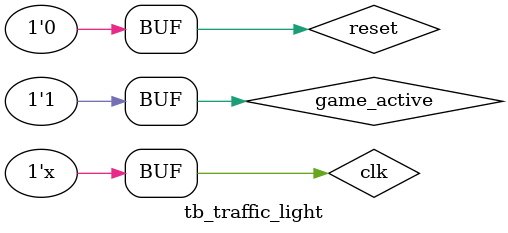
<source format=sv>
/* 
EE/CSE 371
Dec 5, 2025
Lab 6 - Red Light, Green Light  

Inputs: clk, reset, game_active, 16 bit LFSR_in controlling light duration
Outputs:red and green signals indicating which light active

Description: This testbench simulates traffic_light behavior with controlled LFSR input 
to produce multiple durations. 
Clock toggles every 5 time units. 
reset initializes module, game_active starts counting. 
LFSR_in initially 3, incremented by 7 each time duration_timer reaches 0 and 
duration changes. prev_duration prevents repeated prints for same duration */

module tb_traffic_light;
    logic clk;
    logic reset;
    logic game_active;
    logic [15:0] LFSR_in;
    logic red, green;

    //instantiate DUT
    traffic_light dut(
        .clk(clk),
        .reset(reset),
        .game_active(game_active),
        .LFSR_in(LFSR_in),
        .red(red),
        .green(green)
    );

    //clock
    always #5 clk = ~clk;

    //simulate changing LFSR
    initial begin
        clk = 0;
        reset = 1;
        game_active = 0;
        LFSR_in = 16'd3; //initial value
        #20 reset = 0;
        game_active = 1;
    end

    //feed new random LFSR value each time duration expires
    logic [3:0] prev_duration;
    initial prev_duration = 0;

    always @(posedge clk) begin
        if(!reset && game_active) begin
            if(dut.duration_timer == 0 && dut.duration != prev_duration) begin
                prev_duration = dut.duration;
                //update LFSR_in w new random value
                LFSR_in <= LFSR_in + 16'd7; //just example increment to change value
                $display("Time=%0t New duration=%0d", $time, dut.duration);
            end
        end
    end

endmodule

</source>
